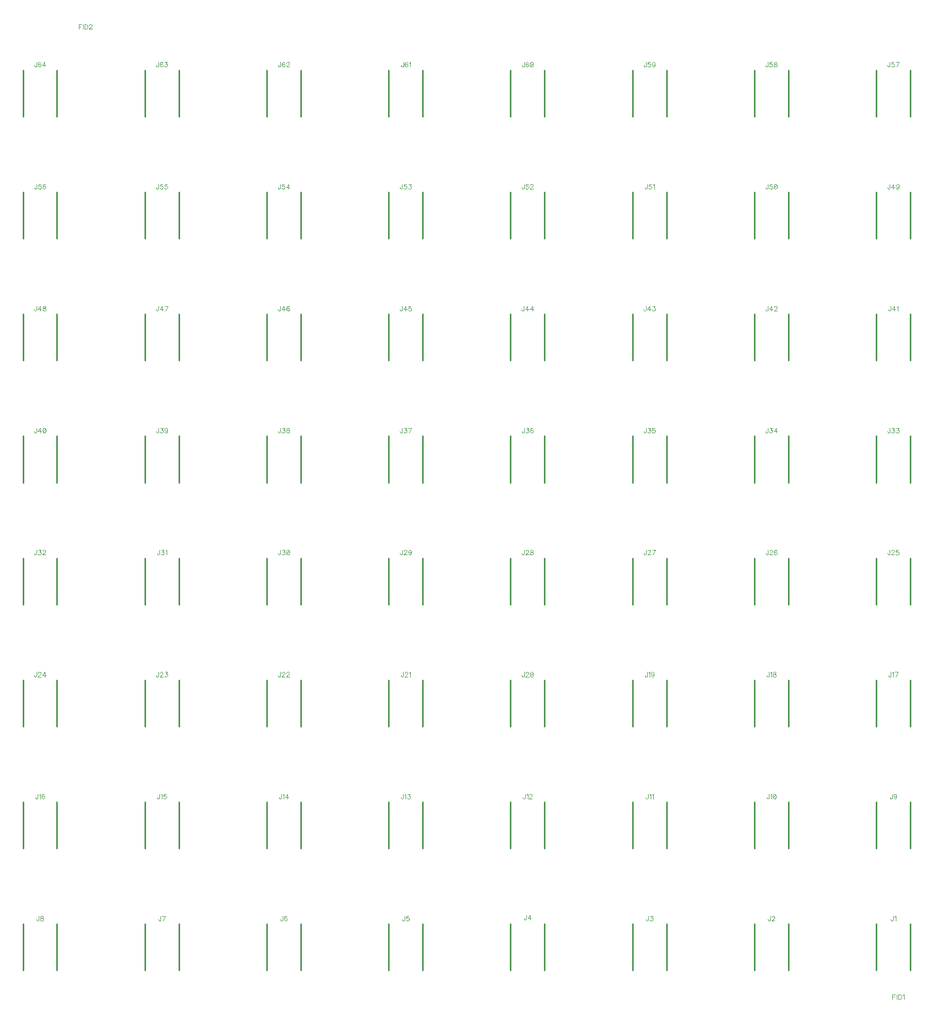
<source format=gbr>
G04 DipTrace 3.2.0.1*
G04 TopSilk.gbr*
%MOIN*%
G04 #@! TF.FileFunction,Legend,Top*
G04 #@! TF.Part,Single*
%ADD10C,0.009843*%
%ADD111C,0.004632*%
%FSLAX26Y26*%
G04*
G70*
G90*
G75*
G01*
G04 TopSilk*
%LPD*%
X6609708Y1138106D2*
D10*
Y838083D1*
X6390104Y1138106D2*
Y838083D1*
X5822306Y1138106D2*
Y838083D1*
X5602702Y1138106D2*
Y838083D1*
X5034904Y1138106D2*
Y838083D1*
X4815300Y1138106D2*
Y838083D1*
X4247503Y1138106D2*
Y838083D1*
X4027899Y1138106D2*
Y838083D1*
X3460101Y1138106D2*
Y838083D1*
X3240497Y1138106D2*
Y838083D1*
X2672700Y1138106D2*
Y838083D1*
X2453096Y1138106D2*
Y838083D1*
X1885298Y1138106D2*
Y838083D1*
X1665694Y1138106D2*
Y838083D1*
X1097896Y1138106D2*
Y838083D1*
X878292Y1138106D2*
Y838083D1*
X6609708Y1925507D2*
Y1625485D1*
X6390104Y1925507D2*
Y1625485D1*
X5822306Y1925507D2*
Y1625485D1*
X5602702Y1925507D2*
Y1625485D1*
X5034904Y1925507D2*
Y1625485D1*
X4815300Y1925507D2*
Y1625485D1*
X4247503Y1925507D2*
Y1625485D1*
X4027899Y1925507D2*
Y1625485D1*
X3460101Y1925507D2*
Y1625485D1*
X3240497Y1925507D2*
Y1625485D1*
X2672700Y1925507D2*
Y1625485D1*
X2453096Y1925507D2*
Y1625485D1*
X1885298Y1925507D2*
Y1625485D1*
X1665694Y1925507D2*
Y1625485D1*
X1097896Y1925507D2*
Y1625485D1*
X878292Y1925507D2*
Y1625485D1*
X6609708Y2712909D2*
Y2412886D1*
X6390104Y2712909D2*
Y2412886D1*
X5822306Y2712909D2*
Y2412886D1*
X5602702Y2712909D2*
Y2412886D1*
X5034904Y2712909D2*
Y2412886D1*
X4815300Y2712909D2*
Y2412886D1*
X4247503Y2712909D2*
Y2412886D1*
X4027899Y2712909D2*
Y2412886D1*
X3460101Y2712909D2*
Y2412886D1*
X3240497Y2712909D2*
Y2412886D1*
X2672700Y2712909D2*
Y2412886D1*
X2453096Y2712909D2*
Y2412886D1*
X1885298Y2712909D2*
Y2412886D1*
X1665694Y2712909D2*
Y2412886D1*
X1097896Y2712909D2*
Y2412886D1*
X878292Y2712909D2*
Y2412886D1*
X6609708Y3500310D2*
Y3200288D1*
X6390104Y3500310D2*
Y3200288D1*
X5822306Y3500310D2*
Y3200288D1*
X5602702Y3500310D2*
Y3200288D1*
X5034904Y3500310D2*
Y3200288D1*
X4815300Y3500310D2*
Y3200288D1*
X4247503Y3500310D2*
Y3200288D1*
X4027899Y3500310D2*
Y3200288D1*
X3460101Y3500310D2*
Y3200288D1*
X3240497Y3500310D2*
Y3200288D1*
X2672700Y3500310D2*
Y3200288D1*
X2453096Y3500310D2*
Y3200288D1*
X1885298Y3500310D2*
Y3200288D1*
X1665694Y3500310D2*
Y3200288D1*
X1097896Y3500310D2*
Y3200288D1*
X878292Y3500310D2*
Y3200288D1*
X6609708Y4287712D2*
Y3987690D1*
X6390104Y4287712D2*
Y3987690D1*
X5822306Y4287712D2*
Y3987690D1*
X5602702Y4287712D2*
Y3987690D1*
X5034904Y4287712D2*
Y3987690D1*
X4815300Y4287712D2*
Y3987690D1*
X4247503Y4287712D2*
Y3987690D1*
X4027899Y4287712D2*
Y3987690D1*
X3460101Y4287712D2*
Y3987690D1*
X3240497Y4287712D2*
Y3987690D1*
X2672700Y4287712D2*
Y3987690D1*
X2453096Y4287712D2*
Y3987690D1*
X1885298Y4287712D2*
Y3987690D1*
X1665694Y4287712D2*
Y3987690D1*
X1097896Y4287712D2*
Y3987690D1*
X878292Y4287712D2*
Y3987690D1*
X6609708Y5075114D2*
Y4775091D1*
X6390104Y5075114D2*
Y4775091D1*
X5822306Y5075114D2*
Y4775091D1*
X5602702Y5075114D2*
Y4775091D1*
X5034904Y5075114D2*
Y4775091D1*
X4815300Y5075114D2*
Y4775091D1*
X4247503Y5075114D2*
Y4775091D1*
X4027899Y5075114D2*
Y4775091D1*
X3460101Y5075114D2*
Y4775091D1*
X3240497Y5075114D2*
Y4775091D1*
X2672700Y5075114D2*
Y4775091D1*
X2453096Y5075114D2*
Y4775091D1*
X1885298Y5075114D2*
Y4775091D1*
X1665694Y5075114D2*
Y4775091D1*
X1097896Y5075114D2*
Y4775091D1*
X878292Y5075114D2*
Y4775091D1*
X6609708Y5862515D2*
Y5562493D1*
X6390104Y5862515D2*
Y5562493D1*
X5822306Y5862515D2*
Y5562493D1*
X5602702Y5862515D2*
Y5562493D1*
X5034904Y5862515D2*
Y5562493D1*
X4815300Y5862515D2*
Y5562493D1*
X4247503Y5862515D2*
Y5562493D1*
X4027899Y5862515D2*
Y5562493D1*
X3460101Y5862515D2*
Y5562493D1*
X3240497Y5862515D2*
Y5562493D1*
X2672700Y5862515D2*
Y5562493D1*
X2453096Y5862515D2*
Y5562493D1*
X1885298Y5862515D2*
Y5562493D1*
X1665694Y5862515D2*
Y5562493D1*
X1097896Y5862515D2*
Y5562493D1*
X878292Y5862515D2*
Y5562493D1*
X6609708Y6649917D2*
Y6349894D1*
X6390104Y6649917D2*
Y6349894D1*
X5822306Y6649917D2*
Y6349894D1*
X5602702Y6649917D2*
Y6349894D1*
X5034904Y6649917D2*
Y6349894D1*
X4815300Y6649917D2*
Y6349894D1*
X4247503Y6649917D2*
Y6349894D1*
X4027899Y6649917D2*
Y6349894D1*
X3460101Y6649917D2*
Y6349894D1*
X3240497Y6649917D2*
Y6349894D1*
X2672700Y6649917D2*
Y6349894D1*
X2453096Y6649917D2*
Y6349894D1*
X1885298Y6649917D2*
Y6349894D1*
X1665694Y6649917D2*
Y6349894D1*
X1097896Y6649917D2*
Y6349894D1*
X878292Y6649917D2*
Y6349894D1*
X6513294Y682619D2*
D111*
X6494624D1*
Y652475D1*
Y668260D2*
X6506098D1*
X6522557Y682619D2*
Y652475D1*
X6531821Y682619D2*
Y652475D1*
X6541869D1*
X6546180Y653934D1*
X6549065Y656786D1*
X6550491Y659671D1*
X6551917Y663949D1*
Y671145D1*
X6550491Y675456D1*
X6549065Y678308D1*
X6546180Y681193D1*
X6541869Y682619D1*
X6531821D1*
X6561180Y676849D2*
X6564065Y678308D1*
X6568376Y682586D1*
Y652475D1*
X1256844Y6945119D2*
X1238174D1*
Y6914975D1*
Y6930760D2*
X1249648D1*
X1266107Y6945119D2*
Y6914975D1*
X1275371Y6945119D2*
Y6914975D1*
X1285419D1*
X1289730Y6916434D1*
X1292615Y6919286D1*
X1294041Y6922171D1*
X1295467Y6926449D1*
Y6933645D1*
X1294041Y6937956D1*
X1292615Y6940808D1*
X1289730Y6943693D1*
X1285419Y6945119D1*
X1275371D1*
X1306189Y6937923D2*
Y6939349D1*
X1307615Y6942234D1*
X1309041Y6943660D1*
X1311926Y6945086D1*
X1317663D1*
X1320515Y6943660D1*
X1321941Y6942234D1*
X1323400Y6939349D1*
Y6936497D1*
X1321941Y6933612D1*
X1319089Y6929334D1*
X1304730Y6914975D1*
X1324826D1*
X6498855Y1189603D2*
Y1166655D1*
X6497429Y1162344D1*
X6495970Y1160918D1*
X6493118Y1159459D1*
X6490233D1*
X6487381Y1160918D1*
X6485955Y1162344D1*
X6484496Y1166655D1*
Y1169507D1*
X6508119Y1183833D2*
X6511004Y1185292D1*
X6515315Y1189570D1*
Y1159459D1*
X5705004Y1189603D2*
Y1166655D1*
X5703578Y1162344D1*
X5702119Y1160918D1*
X5699267Y1159459D1*
X5696382D1*
X5693530Y1160918D1*
X5692104Y1162344D1*
X5690645Y1166655D1*
Y1169507D1*
X5715726Y1182407D2*
Y1183833D1*
X5717152Y1186718D1*
X5718578Y1188144D1*
X5721463Y1189570D1*
X5727200D1*
X5730052Y1188144D1*
X5731478Y1186718D1*
X5732937Y1183833D1*
Y1180981D1*
X5731478Y1178096D1*
X5728626Y1173818D1*
X5714267Y1159459D1*
X5734363D1*
X4917602Y1189603D2*
Y1166655D1*
X4916176Y1162344D1*
X4914717Y1160918D1*
X4911865Y1159459D1*
X4908980D1*
X4906128Y1160918D1*
X4904702Y1162344D1*
X4903243Y1166655D1*
Y1169507D1*
X4929751Y1189570D2*
X4945503D1*
X4936914Y1178096D1*
X4941225D1*
X4944077Y1176670D1*
X4945503Y1175244D1*
X4946962Y1170933D1*
Y1168081D1*
X4945503Y1163770D1*
X4942651Y1160885D1*
X4938340Y1159459D1*
X4934029D1*
X4929751Y1160885D1*
X4928325Y1162344D1*
X4926866Y1165196D1*
X4129488Y1195852D2*
Y1172905D1*
X4128062Y1168594D1*
X4126602Y1167168D1*
X4123751Y1165708D1*
X4120866D1*
X4118014Y1167168D1*
X4116588Y1168594D1*
X4115129Y1172905D1*
Y1175756D1*
X4153110Y1165708D2*
Y1195819D1*
X4138751Y1175756D1*
X4160273D1*
X3342799Y1189603D2*
Y1166655D1*
X3341373Y1162344D1*
X3339914Y1160918D1*
X3337062Y1159459D1*
X3334177D1*
X3331325Y1160918D1*
X3329899Y1162344D1*
X3328440Y1166655D1*
Y1169507D1*
X3369273Y1189570D2*
X3354948D1*
X3353522Y1176670D1*
X3354948Y1178096D1*
X3359259Y1179555D1*
X3363536D1*
X3367847Y1178096D1*
X3370733Y1175244D1*
X3372159Y1170933D1*
Y1168081D1*
X3370733Y1163770D1*
X3367847Y1160885D1*
X3363536Y1159459D1*
X3359259D1*
X3354948Y1160885D1*
X3353522Y1162344D1*
X3352062Y1165196D1*
X2556127Y1189603D2*
Y1166655D1*
X2554701Y1162344D1*
X2553242Y1160918D1*
X2550390Y1159459D1*
X2547505D1*
X2544653Y1160918D1*
X2543227Y1162344D1*
X2541768Y1166655D1*
Y1169507D1*
X2582601Y1185292D2*
X2581175Y1188144D1*
X2576864Y1189570D1*
X2574013D1*
X2569702Y1188144D1*
X2566816Y1183833D1*
X2565390Y1176670D1*
Y1169507D1*
X2566816Y1163770D1*
X2569702Y1160885D1*
X2574013Y1159459D1*
X2575438D1*
X2579716Y1160885D1*
X2582601Y1163770D1*
X2584027Y1168081D1*
Y1169507D1*
X2582601Y1173818D1*
X2579716Y1176670D1*
X2575438Y1178096D1*
X2574013D1*
X2569702Y1176670D1*
X2566816Y1173818D1*
X2565390Y1169507D1*
X1767996Y1189603D2*
Y1166655D1*
X1766570Y1162344D1*
X1765111Y1160918D1*
X1762259Y1159459D1*
X1759374D1*
X1756522Y1160918D1*
X1755096Y1162344D1*
X1753637Y1166655D1*
Y1169507D1*
X1782996Y1159459D2*
X1797355Y1189570D1*
X1777259D1*
X980611Y1189603D2*
Y1166655D1*
X979185Y1162344D1*
X977726Y1160918D1*
X974874Y1159459D1*
X971989D1*
X969137Y1160918D1*
X967711Y1162344D1*
X966252Y1166655D1*
Y1169507D1*
X997037Y1189570D2*
X992759Y1188144D1*
X991300Y1185292D1*
Y1182407D1*
X992759Y1179555D1*
X995611Y1178096D1*
X1001348Y1176670D1*
X1005659Y1175244D1*
X1008511Y1172359D1*
X1009937Y1169507D1*
Y1165196D1*
X1008511Y1162344D1*
X1007085Y1160885D1*
X1002774Y1159459D1*
X997037D1*
X992759Y1160885D1*
X991300Y1162344D1*
X989874Y1165196D1*
Y1169507D1*
X991300Y1172359D1*
X994185Y1175244D1*
X998463Y1176670D1*
X1004200Y1178096D1*
X1007085Y1179555D1*
X1008511Y1182407D1*
Y1185292D1*
X1007085Y1188144D1*
X1002774Y1189570D1*
X997037D1*
X6493118Y1977005D2*
Y1954057D1*
X6491692Y1949746D1*
X6490233Y1948320D1*
X6487381Y1946861D1*
X6484496D1*
X6481644Y1948320D1*
X6480218Y1949746D1*
X6478759Y1954057D1*
Y1956909D1*
X6521052Y1966957D2*
X6519593Y1962646D1*
X6516741Y1959761D1*
X6512430Y1958335D1*
X6511004D1*
X6506693Y1959761D1*
X6503841Y1962646D1*
X6502382Y1966957D1*
Y1968383D1*
X6503841Y1972694D1*
X6506693Y1975546D1*
X6511004Y1976972D1*
X6512430D1*
X6516741Y1975546D1*
X6519593Y1972694D1*
X6521052Y1966957D1*
Y1959761D1*
X6519593Y1952598D1*
X6516741Y1948287D1*
X6512430Y1946861D1*
X6509578D1*
X6505267Y1948287D1*
X6503841Y1951172D1*
X5696774Y1977005D2*
Y1954057D1*
X5695348Y1949746D1*
X5693889Y1948320D1*
X5691037Y1946861D1*
X5688152D1*
X5685300Y1948320D1*
X5683874Y1949746D1*
X5682415Y1954057D1*
Y1956909D1*
X5706037Y1971235D2*
X5708922Y1972694D1*
X5713233Y1976972D1*
Y1946861D1*
X5731119Y1976972D2*
X5726808Y1975546D1*
X5723923Y1971235D1*
X5722497Y1964072D1*
Y1959761D1*
X5723923Y1952598D1*
X5726808Y1948287D1*
X5731119Y1946861D1*
X5733971D1*
X5738282Y1948287D1*
X5741134Y1952598D1*
X5742593Y1959761D1*
Y1964072D1*
X5741134Y1971235D1*
X5738282Y1975546D1*
X5733971Y1976972D1*
X5731119D1*
X5741134Y1971235D2*
X5723923Y1952598D1*
X4915822Y1977005D2*
Y1954057D1*
X4914396Y1949746D1*
X4912937Y1948320D1*
X4910085Y1946861D1*
X4907200D1*
X4904348Y1948320D1*
X4902922Y1949746D1*
X4901463Y1954057D1*
Y1956909D1*
X4925086Y1971235D2*
X4927971Y1972694D1*
X4932282Y1976972D1*
Y1946861D1*
X4941545Y1971235D2*
X4944430Y1972694D1*
X4948742Y1976972D1*
Y1946861D1*
X4121971Y1977005D2*
Y1954057D1*
X4120545Y1949746D1*
X4119086Y1948320D1*
X4116234Y1946861D1*
X4113349D1*
X4110497Y1948320D1*
X4109071Y1949746D1*
X4107612Y1954057D1*
Y1956909D1*
X4131234Y1971235D2*
X4134119Y1972694D1*
X4138430Y1976972D1*
Y1946861D1*
X4149153Y1969809D2*
Y1971235D1*
X4150579Y1974120D1*
X4152005Y1975546D1*
X4154890Y1976972D1*
X4160627D1*
X4163479Y1975546D1*
X4164905Y1974120D1*
X4166364Y1971235D1*
Y1968383D1*
X4164905Y1965498D1*
X4162053Y1961220D1*
X4147694Y1946861D1*
X4167790D1*
X3334569Y1977005D2*
Y1954057D1*
X3333143Y1949746D1*
X3331684Y1948320D1*
X3328832Y1946861D1*
X3325947D1*
X3323095Y1948320D1*
X3321669Y1949746D1*
X3320210Y1954057D1*
Y1956909D1*
X3343833Y1971235D2*
X3346718Y1972694D1*
X3351029Y1976972D1*
Y1946861D1*
X3363177Y1976972D2*
X3378929D1*
X3370340Y1965498D1*
X3374651D1*
X3377503Y1964072D1*
X3378929Y1962646D1*
X3380388Y1958335D1*
Y1955483D1*
X3378929Y1951172D1*
X3376077Y1948287D1*
X3371766Y1946861D1*
X3367455D1*
X3363177Y1948287D1*
X3361751Y1949746D1*
X3360292Y1952598D1*
X2546455Y1977005D2*
Y1954057D1*
X2545029Y1949746D1*
X2543570Y1948320D1*
X2540718Y1946861D1*
X2537833D1*
X2534981Y1948320D1*
X2533555Y1949746D1*
X2532096Y1954057D1*
Y1956909D1*
X2555718Y1971235D2*
X2558603Y1972694D1*
X2562914Y1976972D1*
Y1946861D1*
X2586537D2*
Y1976972D1*
X2572178Y1956909D1*
X2593700D1*
X1759766Y1977005D2*
Y1954057D1*
X1758340Y1949746D1*
X1756881Y1948320D1*
X1754029Y1946861D1*
X1751144D1*
X1748292Y1948320D1*
X1746866Y1949746D1*
X1745407Y1954057D1*
Y1956909D1*
X1769030Y1971235D2*
X1771915Y1972694D1*
X1776226Y1976972D1*
Y1946861D1*
X1802700Y1976972D2*
X1788374D1*
X1786948Y1964072D1*
X1788374Y1965498D1*
X1792685Y1966957D1*
X1796963D1*
X1801274Y1965498D1*
X1804159Y1962646D1*
X1805585Y1958335D1*
Y1955483D1*
X1804159Y1951172D1*
X1801274Y1948287D1*
X1796963Y1946861D1*
X1792685D1*
X1788374Y1948287D1*
X1786948Y1949746D1*
X1785489Y1952598D1*
X973094Y1977005D2*
Y1954057D1*
X971668Y1949746D1*
X970209Y1948320D1*
X967357Y1946861D1*
X964472D1*
X961620Y1948320D1*
X960194Y1949746D1*
X958735Y1954057D1*
Y1956909D1*
X982358Y1971235D2*
X985243Y1972694D1*
X989554Y1976972D1*
Y1946861D1*
X1016028Y1972694D2*
X1014602Y1975546D1*
X1010291Y1976972D1*
X1007439D1*
X1003128Y1975546D1*
X1000243Y1971235D1*
X998817Y1964072D1*
Y1956909D1*
X1000243Y1951172D1*
X1003128Y1948287D1*
X1007439Y1946861D1*
X1008865D1*
X1013143Y1948287D1*
X1016028Y1951172D1*
X1017454Y1955483D1*
Y1956909D1*
X1016028Y1961220D1*
X1013143Y1964072D1*
X1008865Y1965498D1*
X1007439D1*
X1003128Y1964072D1*
X1000243Y1961220D1*
X998817Y1956909D1*
X6484175Y2764406D2*
Y2741458D1*
X6482749Y2737147D1*
X6481290Y2735721D1*
X6478438Y2734262D1*
X6475553D1*
X6472701Y2735721D1*
X6471276Y2737147D1*
X6469816Y2741458D1*
Y2744310D1*
X6493439Y2758636D2*
X6496324Y2760095D1*
X6500635Y2764373D1*
Y2734262D1*
X6515636D2*
X6529995Y2764373D1*
X6509899D1*
X5696790Y2764406D2*
Y2741458D1*
X5695364Y2737147D1*
X5693905Y2735721D1*
X5691053Y2734262D1*
X5688168D1*
X5685316Y2735721D1*
X5683891Y2737147D1*
X5682431Y2741458D1*
Y2744310D1*
X5706054Y2758636D2*
X5708939Y2760095D1*
X5713250Y2764373D1*
Y2734262D1*
X5729677Y2764373D2*
X5725399Y2762947D1*
X5723940Y2760095D1*
Y2757210D1*
X5725399Y2754358D1*
X5728251Y2752899D1*
X5733988Y2751473D1*
X5738299Y2750047D1*
X5741151Y2747162D1*
X5742576Y2744310D1*
Y2739999D1*
X5741151Y2737147D1*
X5739725Y2735688D1*
X5735414Y2734262D1*
X5729677D1*
X5725399Y2735688D1*
X5723940Y2737147D1*
X5722514Y2739999D1*
Y2744310D1*
X5723940Y2747162D1*
X5726825Y2750047D1*
X5731103Y2751473D1*
X5736839Y2752899D1*
X5739725Y2754358D1*
X5741151Y2757210D1*
Y2760095D1*
X5739725Y2762947D1*
X5735414Y2764373D1*
X5729677D1*
X4910085Y2764406D2*
Y2741458D1*
X4908659Y2737147D1*
X4907200Y2735721D1*
X4904348Y2734262D1*
X4901463D1*
X4898611Y2735721D1*
X4897185Y2737147D1*
X4895726Y2741458D1*
Y2744310D1*
X4919349Y2758636D2*
X4922234Y2760095D1*
X4926545Y2764373D1*
Y2734262D1*
X4954478Y2754358D2*
X4953019Y2750047D1*
X4950167Y2747162D1*
X4945856Y2745736D1*
X4944430D1*
X4940119Y2747162D1*
X4937268Y2750047D1*
X4935808Y2754358D1*
Y2755784D1*
X4937268Y2760095D1*
X4940119Y2762947D1*
X4944430Y2764373D1*
X4945856D1*
X4950167Y2762947D1*
X4953019Y2760095D1*
X4954478Y2754358D1*
Y2747162D1*
X4953019Y2739999D1*
X4950167Y2735688D1*
X4945856Y2734262D1*
X4943005D1*
X4938694Y2735688D1*
X4937268Y2738573D1*
X4115521Y2764406D2*
Y2741458D1*
X4114095Y2737147D1*
X4112636Y2735721D1*
X4109784Y2734262D1*
X4106899D1*
X4104047Y2735721D1*
X4102621Y2737147D1*
X4101162Y2741458D1*
Y2744310D1*
X4126243Y2757210D2*
Y2758636D1*
X4127669Y2761521D1*
X4129095Y2762947D1*
X4131980Y2764373D1*
X4137717D1*
X4140569Y2762947D1*
X4141995Y2761521D1*
X4143454Y2758636D1*
Y2755784D1*
X4141995Y2752899D1*
X4139143Y2748621D1*
X4124784Y2734262D1*
X4144880D1*
X4162766Y2764373D2*
X4158455Y2762947D1*
X4155570Y2758636D1*
X4154144Y2751473D1*
Y2747162D1*
X4155570Y2739999D1*
X4158455Y2735688D1*
X4162766Y2734262D1*
X4165618D1*
X4169929Y2735688D1*
X4172781Y2739999D1*
X4174240Y2747162D1*
Y2751473D1*
X4172781Y2758636D1*
X4169929Y2762947D1*
X4165618Y2764373D1*
X4162766D1*
X4172781Y2758636D2*
X4155570Y2739999D1*
X3334569Y2764406D2*
Y2741458D1*
X3333143Y2737147D1*
X3331684Y2735721D1*
X3328832Y2734262D1*
X3325947D1*
X3323095Y2735721D1*
X3321669Y2737147D1*
X3320210Y2741458D1*
Y2744310D1*
X3345292Y2757210D2*
Y2758636D1*
X3346718Y2761521D1*
X3348144Y2762947D1*
X3351029Y2764373D1*
X3356766D1*
X3359618Y2762947D1*
X3361044Y2761521D1*
X3362503Y2758636D1*
Y2755784D1*
X3361044Y2752899D1*
X3358192Y2748621D1*
X3343833Y2734262D1*
X3363929D1*
X3373192Y2758636D2*
X3376077Y2760095D1*
X3380388Y2764373D1*
Y2734262D1*
X2540718Y2764406D2*
Y2741458D1*
X2539292Y2737147D1*
X2537833Y2735721D1*
X2534981Y2734262D1*
X2532096D1*
X2529244Y2735721D1*
X2527818Y2737147D1*
X2526359Y2741458D1*
Y2744310D1*
X2551440Y2757210D2*
Y2758636D1*
X2552866Y2761521D1*
X2554292Y2762947D1*
X2557177Y2764373D1*
X2562914D1*
X2565766Y2762947D1*
X2567192Y2761521D1*
X2568651Y2758636D1*
Y2755784D1*
X2567192Y2752899D1*
X2564340Y2748621D1*
X2549981Y2734262D1*
X2570077D1*
X2580800Y2757210D2*
Y2758636D1*
X2582226Y2761521D1*
X2583652Y2762947D1*
X2586537Y2764373D1*
X2592274D1*
X2595126Y2762947D1*
X2596552Y2761521D1*
X2598011Y2758636D1*
Y2755784D1*
X2596552Y2752899D1*
X2593700Y2748621D1*
X2579341Y2734262D1*
X2599437D1*
X1753316Y2764406D2*
Y2741458D1*
X1751890Y2737147D1*
X1750431Y2735721D1*
X1747579Y2734262D1*
X1744694D1*
X1741842Y2735721D1*
X1740416Y2737147D1*
X1738957Y2741458D1*
Y2744310D1*
X1764039Y2757210D2*
Y2758636D1*
X1765465Y2761521D1*
X1766891Y2762947D1*
X1769776Y2764373D1*
X1775513D1*
X1778365Y2762947D1*
X1779791Y2761521D1*
X1781250Y2758636D1*
Y2755784D1*
X1779791Y2752899D1*
X1776939Y2748621D1*
X1762580Y2734262D1*
X1782676D1*
X1794824Y2764373D2*
X1810576D1*
X1801987Y2752899D1*
X1806298D1*
X1809150Y2751473D1*
X1810576Y2750047D1*
X1812035Y2745736D1*
Y2742884D1*
X1810576Y2738573D1*
X1807724Y2735688D1*
X1803413Y2734262D1*
X1799102D1*
X1794824Y2735688D1*
X1793398Y2737147D1*
X1791939Y2739999D1*
X965201Y2764406D2*
Y2741458D1*
X963776Y2737147D1*
X962316Y2735721D1*
X959464Y2734262D1*
X956579D1*
X953728Y2735721D1*
X952302Y2737147D1*
X950842Y2741458D1*
Y2744310D1*
X975924Y2757210D2*
Y2758636D1*
X977350Y2761521D1*
X978776Y2762947D1*
X981661Y2764373D1*
X987398D1*
X990250Y2762947D1*
X991676Y2761521D1*
X993135Y2758636D1*
Y2755784D1*
X991676Y2752899D1*
X988824Y2748621D1*
X974465Y2734262D1*
X994561D1*
X1018184D2*
Y2764373D1*
X1003825Y2744310D1*
X1025347D1*
X6477725Y3551808D2*
Y3528860D1*
X6476300Y3524549D1*
X6474840Y3523123D1*
X6471988Y3521664D1*
X6469103D1*
X6466252Y3523123D1*
X6464826Y3524549D1*
X6463366Y3528860D1*
Y3531712D1*
X6488448Y3544612D2*
Y3546038D1*
X6489874Y3548923D1*
X6491300Y3550349D1*
X6494185Y3551775D1*
X6499922D1*
X6502774Y3550349D1*
X6504200Y3548923D1*
X6505659Y3546038D1*
Y3543186D1*
X6504200Y3540301D1*
X6501348Y3536023D1*
X6486989Y3521664D1*
X6507085D1*
X6533560Y3551775D2*
X6519234D1*
X6517808Y3538875D1*
X6519234Y3540301D1*
X6523545Y3541760D1*
X6527823D1*
X6532134Y3540301D1*
X6535019Y3537449D1*
X6536445Y3533138D1*
Y3530286D1*
X6535019Y3525975D1*
X6532134Y3523090D1*
X6527823Y3521664D1*
X6523545D1*
X6519234Y3523090D1*
X6517808Y3524549D1*
X6516349Y3527401D1*
X5691053Y3551808D2*
Y3528860D1*
X5689628Y3524549D1*
X5688168Y3523123D1*
X5685316Y3521664D1*
X5682431D1*
X5679580Y3523123D1*
X5678154Y3524549D1*
X5676694Y3528860D1*
Y3531712D1*
X5701776Y3544612D2*
Y3546038D1*
X5703202Y3548923D1*
X5704628Y3550349D1*
X5707513Y3551775D1*
X5713250D1*
X5716102Y3550349D1*
X5717528Y3548923D1*
X5718987Y3546038D1*
Y3543186D1*
X5717528Y3540301D1*
X5714676Y3536023D1*
X5700317Y3521664D1*
X5720413D1*
X5746887Y3547497D2*
X5745462Y3550349D1*
X5741151Y3551775D1*
X5738299D1*
X5733988Y3550349D1*
X5731103Y3546038D1*
X5729677Y3538875D1*
Y3531712D1*
X5731103Y3525975D1*
X5733988Y3523090D1*
X5738299Y3521664D1*
X5739725D1*
X5744002Y3523090D1*
X5746887Y3525975D1*
X5748313Y3530286D1*
Y3531712D1*
X5746887Y3536023D1*
X5744002Y3538875D1*
X5739725Y3540301D1*
X5738299D1*
X5733988Y3538875D1*
X5731103Y3536023D1*
X5729677Y3531712D1*
X4902922Y3551808D2*
Y3528860D1*
X4901496Y3524549D1*
X4900037Y3523123D1*
X4897185Y3521664D1*
X4894300D1*
X4891448Y3523123D1*
X4890022Y3524549D1*
X4888563Y3528860D1*
Y3531712D1*
X4913645Y3544612D2*
Y3546038D1*
X4915071Y3548923D1*
X4916497Y3550349D1*
X4919382Y3551775D1*
X4925119D1*
X4927971Y3550349D1*
X4929397Y3548923D1*
X4930856Y3546038D1*
Y3543186D1*
X4929397Y3540301D1*
X4926545Y3536023D1*
X4912186Y3521664D1*
X4932282D1*
X4947282D2*
X4961641Y3551775D1*
X4941545D1*
X4115537Y3551808D2*
Y3528860D1*
X4114111Y3524549D1*
X4112652Y3523123D1*
X4109800Y3521664D1*
X4106915D1*
X4104063Y3523123D1*
X4102637Y3524549D1*
X4101178Y3528860D1*
Y3531712D1*
X4126260Y3544612D2*
Y3546038D1*
X4127686Y3548923D1*
X4129112Y3550349D1*
X4131997Y3551775D1*
X4137734D1*
X4140586Y3550349D1*
X4142012Y3548923D1*
X4143471Y3546038D1*
Y3543186D1*
X4142012Y3540301D1*
X4139160Y3536023D1*
X4124801Y3521664D1*
X4144897D1*
X4161323Y3551775D2*
X4157045Y3550349D1*
X4155586Y3547497D1*
Y3544612D1*
X4157045Y3541760D1*
X4159897Y3540301D1*
X4165634Y3538875D1*
X4169945Y3537449D1*
X4172797Y3534564D1*
X4174223Y3531712D1*
Y3527401D1*
X4172797Y3524549D1*
X4171371Y3523090D1*
X4167060Y3521664D1*
X4161323D1*
X4157045Y3523090D1*
X4155586Y3524549D1*
X4154160Y3527401D1*
Y3531712D1*
X4155586Y3534564D1*
X4158471Y3537449D1*
X4162749Y3538875D1*
X4168486Y3540301D1*
X4171371Y3541760D1*
X4172797Y3544612D1*
Y3547497D1*
X4171371Y3550349D1*
X4167060Y3551775D1*
X4161323D1*
X3328832Y3551808D2*
Y3528860D1*
X3327406Y3524549D1*
X3325947Y3523123D1*
X3323095Y3521664D1*
X3320210D1*
X3317358Y3523123D1*
X3315932Y3524549D1*
X3314473Y3528860D1*
Y3531712D1*
X3339555Y3544612D2*
Y3546038D1*
X3340981Y3548923D1*
X3342407Y3550349D1*
X3345292Y3551775D1*
X3351029D1*
X3353881Y3550349D1*
X3355307Y3548923D1*
X3356766Y3546038D1*
Y3543186D1*
X3355307Y3540301D1*
X3352455Y3536023D1*
X3338096Y3521664D1*
X3358192D1*
X3386125Y3541760D2*
X3384666Y3537449D1*
X3381814Y3534564D1*
X3377503Y3533138D1*
X3376077D1*
X3371766Y3534564D1*
X3368914Y3537449D1*
X3367455Y3541760D1*
Y3543186D1*
X3368914Y3547497D1*
X3371766Y3550349D1*
X3376077Y3551775D1*
X3377503D1*
X3381814Y3550349D1*
X3384666Y3547497D1*
X3386125Y3541760D1*
Y3534564D1*
X3384666Y3527401D1*
X3381814Y3523090D1*
X3377503Y3521664D1*
X3374651D1*
X3370340Y3523090D1*
X3368914Y3525975D1*
X2540718Y3551808D2*
Y3528860D1*
X2539292Y3524549D1*
X2537833Y3523123D1*
X2534981Y3521664D1*
X2532096D1*
X2529244Y3523123D1*
X2527818Y3524549D1*
X2526359Y3528860D1*
Y3531712D1*
X2552866Y3551775D2*
X2568618D1*
X2560029Y3540301D1*
X2564340D1*
X2567192Y3538875D1*
X2568618Y3537449D1*
X2570077Y3533138D1*
Y3530286D1*
X2568618Y3525975D1*
X2565766Y3523090D1*
X2561455Y3521664D1*
X2557144D1*
X2552866Y3523090D1*
X2551440Y3524549D1*
X2549981Y3527401D1*
X2587963Y3551775D2*
X2583652Y3550349D1*
X2580767Y3546038D1*
X2579341Y3538875D1*
Y3534564D1*
X2580767Y3527401D1*
X2583652Y3523090D1*
X2587963Y3521664D1*
X2590815D1*
X2595126Y3523090D1*
X2597978Y3527401D1*
X2599437Y3534564D1*
Y3538875D1*
X2597978Y3546038D1*
X2595126Y3550349D1*
X2590815Y3551775D1*
X2587963D1*
X2597978Y3546038D2*
X2580767Y3527401D1*
X1759766Y3551808D2*
Y3528860D1*
X1758340Y3524549D1*
X1756881Y3523123D1*
X1754029Y3521664D1*
X1751144D1*
X1748292Y3523123D1*
X1746866Y3524549D1*
X1745407Y3528860D1*
Y3531712D1*
X1771915Y3551775D2*
X1787666D1*
X1779078Y3540301D1*
X1783389D1*
X1786240Y3538875D1*
X1787666Y3537449D1*
X1789126Y3533138D1*
Y3530286D1*
X1787666Y3525975D1*
X1784815Y3523090D1*
X1780503Y3521664D1*
X1776192D1*
X1771915Y3523090D1*
X1770489Y3524549D1*
X1769030Y3527401D1*
X1798389Y3546038D2*
X1801274Y3547497D1*
X1805585Y3551775D1*
Y3521664D1*
X965914Y3551808D2*
Y3528860D1*
X964488Y3524549D1*
X963029Y3523123D1*
X960177Y3521664D1*
X957292D1*
X954440Y3523123D1*
X953015Y3524549D1*
X951555Y3528860D1*
Y3531712D1*
X978063Y3551775D2*
X993815D1*
X985226Y3540301D1*
X989537D1*
X992389Y3538875D1*
X993815Y3537449D1*
X995274Y3533138D1*
Y3530286D1*
X993815Y3525975D1*
X990963Y3523090D1*
X986652Y3521664D1*
X982341D1*
X978063Y3523090D1*
X976637Y3524549D1*
X975178Y3527401D1*
X1005997Y3544612D2*
Y3546038D1*
X1007423Y3548923D1*
X1008849Y3550349D1*
X1011734Y3551775D1*
X1017471D1*
X1020323Y3550349D1*
X1021748Y3548923D1*
X1023208Y3546038D1*
Y3543186D1*
X1021748Y3540301D1*
X1018897Y3536023D1*
X1004538Y3521664D1*
X1024634D1*
X6477725Y4339209D2*
Y4316262D1*
X6476300Y4311951D1*
X6474840Y4310525D1*
X6471988Y4309065D1*
X6469103D1*
X6466252Y4310525D1*
X6464826Y4311951D1*
X6463366Y4316262D1*
Y4319113D1*
X6489874Y4339176D2*
X6505626D1*
X6497037Y4327702D1*
X6501348D1*
X6504200Y4326276D1*
X6505626Y4324850D1*
X6507085Y4320539D1*
Y4317687D1*
X6505626Y4313376D1*
X6502774Y4310491D1*
X6498463Y4309065D1*
X6494152D1*
X6489874Y4310491D1*
X6488448Y4311951D1*
X6486989Y4314802D1*
X6519234Y4339176D2*
X6534985D1*
X6526397Y4327702D1*
X6530708D1*
X6533560Y4326276D1*
X6534985Y4324850D1*
X6536445Y4320539D1*
Y4317687D1*
X6534985Y4313376D1*
X6532134Y4310491D1*
X6527823Y4309065D1*
X6523512D1*
X6519234Y4310491D1*
X6517808Y4311951D1*
X6516349Y4314802D1*
X5689611Y4339209D2*
Y4316262D1*
X5688185Y4311951D1*
X5686726Y4310525D1*
X5683874Y4309065D1*
X5680989D1*
X5678137Y4310525D1*
X5676711Y4311951D1*
X5675252Y4316262D1*
Y4319113D1*
X5701760Y4339176D2*
X5717511D1*
X5708922Y4327702D1*
X5713233D1*
X5716085Y4326276D1*
X5717511Y4324850D1*
X5718970Y4320539D1*
Y4317687D1*
X5717511Y4313376D1*
X5714659Y4310491D1*
X5710348Y4309065D1*
X5706037D1*
X5701760Y4310491D1*
X5700334Y4311951D1*
X5698874Y4314802D1*
X5742593Y4309065D2*
Y4339176D1*
X5728234Y4319113D1*
X5749756D1*
X4902922Y4339209D2*
Y4316262D1*
X4901496Y4311951D1*
X4900037Y4310525D1*
X4897185Y4309065D1*
X4894300D1*
X4891448Y4310525D1*
X4890022Y4311951D1*
X4888563Y4316262D1*
Y4319113D1*
X4915071Y4339176D2*
X4930823D1*
X4922234Y4327702D1*
X4926545D1*
X4929397Y4326276D1*
X4930823Y4324850D1*
X4932282Y4320539D1*
Y4317687D1*
X4930823Y4313376D1*
X4927971Y4310491D1*
X4923660Y4309065D1*
X4919349D1*
X4915071Y4310491D1*
X4913645Y4311951D1*
X4912186Y4314802D1*
X4958756Y4339176D2*
X4944430D1*
X4943005Y4326276D1*
X4944430Y4327702D1*
X4948742Y4329161D1*
X4953019D1*
X4957330Y4327702D1*
X4960215Y4324850D1*
X4961641Y4320539D1*
Y4317687D1*
X4960215Y4313376D1*
X4957330Y4310491D1*
X4953019Y4309065D1*
X4948742D1*
X4944430Y4310491D1*
X4943005Y4311951D1*
X4941545Y4314802D1*
X4116250Y4339209D2*
Y4316262D1*
X4114824Y4311951D1*
X4113365Y4310525D1*
X4110513Y4309065D1*
X4107628D1*
X4104776Y4310525D1*
X4103350Y4311951D1*
X4101891Y4316262D1*
Y4319113D1*
X4128399Y4339176D2*
X4144151D1*
X4135562Y4327702D1*
X4139873D1*
X4142725Y4326276D1*
X4144151Y4324850D1*
X4145610Y4320539D1*
Y4317687D1*
X4144151Y4313376D1*
X4141299Y4310491D1*
X4136988Y4309065D1*
X4132677D1*
X4128399Y4310491D1*
X4126973Y4311951D1*
X4125514Y4314802D1*
X4172084Y4334898D2*
X4170658Y4337750D1*
X4166347Y4339176D1*
X4163495D1*
X4159184Y4337750D1*
X4156299Y4333439D1*
X4154873Y4326276D1*
Y4319113D1*
X4156299Y4313376D1*
X4159184Y4310491D1*
X4163495Y4309065D1*
X4164921D1*
X4169199Y4310491D1*
X4172084Y4313376D1*
X4173510Y4317687D1*
Y4319113D1*
X4172084Y4323424D1*
X4169199Y4326276D1*
X4164921Y4327702D1*
X4163495D1*
X4159184Y4326276D1*
X4156299Y4323424D1*
X4154873Y4319113D1*
X3328119Y4339209D2*
Y4316262D1*
X3326693Y4311951D1*
X3325234Y4310525D1*
X3322382Y4309065D1*
X3319497D1*
X3316645Y4310525D1*
X3315219Y4311951D1*
X3313760Y4316262D1*
Y4319113D1*
X3340268Y4339176D2*
X3356020D1*
X3347431Y4327702D1*
X3351742D1*
X3354594Y4326276D1*
X3356020Y4324850D1*
X3357479Y4320539D1*
Y4317687D1*
X3356020Y4313376D1*
X3353168Y4310491D1*
X3348857Y4309065D1*
X3344546D1*
X3340268Y4310491D1*
X3338842Y4311951D1*
X3337383Y4314802D1*
X3372479Y4309065D2*
X3386838Y4339176D1*
X3366742D1*
X2540734Y4339209D2*
Y4316262D1*
X2539308Y4311951D1*
X2537849Y4310525D1*
X2534997Y4309065D1*
X2532112D1*
X2529260Y4310525D1*
X2527834Y4311951D1*
X2526375Y4316262D1*
Y4319113D1*
X2552883Y4339176D2*
X2568635D1*
X2560046Y4327702D1*
X2564357D1*
X2567209Y4326276D1*
X2568635Y4324850D1*
X2570094Y4320539D1*
Y4317687D1*
X2568635Y4313376D1*
X2565783Y4310491D1*
X2561472Y4309065D1*
X2557161D1*
X2552883Y4310491D1*
X2551457Y4311951D1*
X2549998Y4314802D1*
X2586520Y4339176D2*
X2582242Y4337750D1*
X2580783Y4334898D1*
Y4332013D1*
X2582242Y4329161D1*
X2585094Y4327702D1*
X2590831Y4326276D1*
X2595142Y4324850D1*
X2597994Y4321965D1*
X2599420Y4319113D1*
Y4314802D1*
X2597994Y4311951D1*
X2596568Y4310491D1*
X2592257Y4309065D1*
X2586520D1*
X2582242Y4310491D1*
X2580783Y4311951D1*
X2579357Y4314802D1*
Y4319113D1*
X2580783Y4321965D1*
X2583668Y4324850D1*
X2587946Y4326276D1*
X2593683Y4327702D1*
X2596568Y4329161D1*
X2597994Y4332013D1*
Y4334898D1*
X2596568Y4337750D1*
X2592257Y4339176D1*
X2586520D1*
X1754029Y4339209D2*
Y4316262D1*
X1752603Y4311951D1*
X1751144Y4310525D1*
X1748292Y4309065D1*
X1745407D1*
X1742555Y4310525D1*
X1741129Y4311951D1*
X1739670Y4316262D1*
Y4319113D1*
X1766178Y4339176D2*
X1781929D1*
X1773341Y4327702D1*
X1777652D1*
X1780503Y4326276D1*
X1781929Y4324850D1*
X1783389Y4320539D1*
Y4317687D1*
X1781929Y4313376D1*
X1779078Y4310491D1*
X1774767Y4309065D1*
X1770455D1*
X1766178Y4310491D1*
X1764752Y4311951D1*
X1763293Y4314802D1*
X1811322Y4329161D2*
X1809863Y4324850D1*
X1807011Y4321965D1*
X1802700Y4320539D1*
X1801274D1*
X1796963Y4321965D1*
X1794111Y4324850D1*
X1792652Y4329161D1*
Y4330587D1*
X1794111Y4334898D1*
X1796963Y4337750D1*
X1801274Y4339176D1*
X1802700D1*
X1807011Y4337750D1*
X1809863Y4334898D1*
X1811322Y4329161D1*
Y4321965D1*
X1809863Y4314802D1*
X1807011Y4310491D1*
X1802700Y4309065D1*
X1799848D1*
X1795537Y4310491D1*
X1794111Y4313376D1*
X965201Y4339209D2*
Y4316262D1*
X963776Y4311951D1*
X962316Y4310525D1*
X959464Y4309065D1*
X956579D1*
X953728Y4310525D1*
X952302Y4311951D1*
X950842Y4316262D1*
Y4319113D1*
X988824Y4309065D2*
Y4339176D1*
X974465Y4319113D1*
X995987D1*
X1013873Y4339176D2*
X1009562Y4337750D1*
X1006676Y4333439D1*
X1005251Y4326276D1*
Y4321965D1*
X1006676Y4314802D1*
X1009562Y4310491D1*
X1013873Y4309065D1*
X1016724D1*
X1021036Y4310491D1*
X1023887Y4314802D1*
X1025347Y4321965D1*
Y4326276D1*
X1023887Y4333439D1*
X1021036Y4337750D1*
X1016724Y4339176D1*
X1013873D1*
X1023887Y4333439D2*
X1006676Y4314802D1*
X6483462Y5126611D2*
Y5103663D1*
X6482036Y5099352D1*
X6480577Y5097926D1*
X6477725Y5096467D1*
X6474840D1*
X6471988Y5097926D1*
X6470563Y5099352D1*
X6469103Y5103663D1*
Y5106515D1*
X6507085Y5096467D2*
Y5126578D1*
X6492726Y5106515D1*
X6514248D1*
X6523512Y5120841D2*
X6526397Y5122300D1*
X6530708Y5126578D1*
Y5096467D1*
X5689611Y5126611D2*
Y5103663D1*
X5688185Y5099352D1*
X5686726Y5097926D1*
X5683874Y5096467D1*
X5680989D1*
X5678137Y5097926D1*
X5676711Y5099352D1*
X5675252Y5103663D1*
Y5106515D1*
X5713233Y5096467D2*
Y5126578D1*
X5698874Y5106515D1*
X5720396D1*
X5731119Y5119415D2*
Y5120841D1*
X5732545Y5123726D1*
X5733971Y5125152D1*
X5736856Y5126578D1*
X5742593D1*
X5745445Y5125152D1*
X5746871Y5123726D1*
X5748330Y5120841D1*
Y5117989D1*
X5746871Y5115104D1*
X5744019Y5110826D1*
X5729660Y5096467D1*
X5749756D1*
X4902209Y5126611D2*
Y5103663D1*
X4900783Y5099352D1*
X4899324Y5097926D1*
X4896472Y5096467D1*
X4893587D1*
X4890735Y5097926D1*
X4889309Y5099352D1*
X4887850Y5103663D1*
Y5106515D1*
X4925832Y5096467D2*
Y5126578D1*
X4911473Y5106515D1*
X4932995D1*
X4945143Y5126578D2*
X4960895D1*
X4952306Y5115104D1*
X4956617D1*
X4959469Y5113678D1*
X4960895Y5112252D1*
X4962354Y5107941D1*
Y5105089D1*
X4960895Y5100778D1*
X4958043Y5097893D1*
X4953732Y5096467D1*
X4949421D1*
X4945143Y5097893D1*
X4943718Y5099352D1*
X4942258Y5102204D1*
X4114095Y5126611D2*
Y5103663D1*
X4112669Y5099352D1*
X4111210Y5097926D1*
X4108358Y5096467D1*
X4105473D1*
X4102621Y5097926D1*
X4101195Y5099352D1*
X4099736Y5103663D1*
Y5106515D1*
X4137717Y5096467D2*
Y5126578D1*
X4123358Y5106515D1*
X4144880D1*
X4168503Y5096467D2*
Y5126578D1*
X4154144Y5106515D1*
X4175666D1*
X3327406Y5126611D2*
Y5103663D1*
X3325980Y5099352D1*
X3324521Y5097926D1*
X3321669Y5096467D1*
X3318784D1*
X3315932Y5097926D1*
X3314506Y5099352D1*
X3313047Y5103663D1*
Y5106515D1*
X3351029Y5096467D2*
Y5126578D1*
X3336670Y5106515D1*
X3358192D1*
X3384666Y5126578D2*
X3370340D1*
X3368914Y5113678D1*
X3370340Y5115104D1*
X3374651Y5116563D1*
X3378929D1*
X3383240Y5115104D1*
X3386125Y5112252D1*
X3387551Y5107941D1*
Y5105089D1*
X3386125Y5100778D1*
X3383240Y5097893D1*
X3378929Y5096467D1*
X3374651D1*
X3370340Y5097893D1*
X3368914Y5099352D1*
X3367455Y5102204D1*
X2540734Y5126611D2*
Y5103663D1*
X2539308Y5099352D1*
X2537849Y5097926D1*
X2534997Y5096467D1*
X2532112D1*
X2529260Y5097926D1*
X2527834Y5099352D1*
X2526375Y5103663D1*
Y5106515D1*
X2564357Y5096467D2*
Y5126578D1*
X2549998Y5106515D1*
X2571520D1*
X2597994Y5122300D2*
X2596568Y5125152D1*
X2592257Y5126578D1*
X2589405D1*
X2585094Y5125152D1*
X2582209Y5120841D1*
X2580783Y5113678D1*
Y5106515D1*
X2582209Y5100778D1*
X2585094Y5097893D1*
X2589405Y5096467D1*
X2590831D1*
X2595109Y5097893D1*
X2597994Y5100778D1*
X2599420Y5105089D1*
Y5106515D1*
X2597994Y5110826D1*
X2595109Y5113678D1*
X2590831Y5115104D1*
X2589405D1*
X2585094Y5113678D1*
X2582209Y5110826D1*
X2580783Y5106515D1*
X1752603Y5126611D2*
Y5103663D1*
X1751177Y5099352D1*
X1749718Y5097926D1*
X1746866Y5096467D1*
X1743981D1*
X1741129Y5097926D1*
X1739703Y5099352D1*
X1738244Y5103663D1*
Y5106515D1*
X1776226Y5096467D2*
Y5126578D1*
X1761867Y5106515D1*
X1783389D1*
X1798389Y5096467D2*
X1812748Y5126578D1*
X1792652D1*
X965218Y5126611D2*
Y5103663D1*
X963792Y5099352D1*
X962333Y5097926D1*
X959481Y5096467D1*
X956596D1*
X953744Y5097926D1*
X952318Y5099352D1*
X950859Y5103663D1*
Y5106515D1*
X988841Y5096467D2*
Y5126578D1*
X974482Y5106515D1*
X996004D1*
X1012430Y5126578D2*
X1008152Y5125152D1*
X1006693Y5122300D1*
Y5119415D1*
X1008152Y5116563D1*
X1011004Y5115104D1*
X1016741Y5113678D1*
X1021052Y5112252D1*
X1023904Y5109367D1*
X1025330Y5106515D1*
Y5102204D1*
X1023904Y5099352D1*
X1022478Y5097893D1*
X1018167Y5096467D1*
X1012430D1*
X1008152Y5097893D1*
X1006693Y5099352D1*
X1005267Y5102204D1*
Y5106515D1*
X1006693Y5109367D1*
X1009578Y5112252D1*
X1013856Y5113678D1*
X1019593Y5115104D1*
X1022478Y5116563D1*
X1023904Y5119415D1*
Y5122300D1*
X1022478Y5125152D1*
X1018167Y5126578D1*
X1012430D1*
X6477725Y5914013D2*
Y5891065D1*
X6476300Y5886754D1*
X6474840Y5885328D1*
X6471988Y5883869D1*
X6469103D1*
X6466252Y5885328D1*
X6464826Y5886754D1*
X6463366Y5891065D1*
Y5893917D1*
X6501348Y5883869D2*
Y5913979D1*
X6486989Y5893917D1*
X6508511D1*
X6536445Y5903965D2*
X6534985Y5899654D1*
X6532134Y5896768D1*
X6527823Y5895343D1*
X6526397D1*
X6522086Y5896768D1*
X6519234Y5899654D1*
X6517775Y5903965D1*
Y5905391D1*
X6519234Y5909702D1*
X6522086Y5912553D1*
X6526397Y5913979D1*
X6527823D1*
X6532134Y5912553D1*
X6534985Y5909702D1*
X6536445Y5903965D1*
Y5896768D1*
X6534985Y5889606D1*
X6532134Y5885295D1*
X6527823Y5883869D1*
X6524971D1*
X6520660Y5885295D1*
X6519234Y5888180D1*
X5690324Y5914013D2*
Y5891065D1*
X5688898Y5886754D1*
X5687439Y5885328D1*
X5684587Y5883869D1*
X5681702D1*
X5678850Y5885328D1*
X5677424Y5886754D1*
X5675965Y5891065D1*
Y5893917D1*
X5716798Y5913979D2*
X5702473D1*
X5701047Y5901080D1*
X5702473Y5902505D1*
X5706784Y5903965D1*
X5711061D1*
X5715372Y5902505D1*
X5718257Y5899654D1*
X5719683Y5895343D1*
Y5892491D1*
X5718257Y5888180D1*
X5715372Y5885295D1*
X5711061Y5883869D1*
X5706784D1*
X5702473Y5885295D1*
X5701047Y5886754D1*
X5699587Y5889606D1*
X5737569Y5913979D2*
X5733258Y5912553D1*
X5730373Y5908242D1*
X5728947Y5901080D1*
Y5896768D1*
X5730373Y5889606D1*
X5733258Y5885295D1*
X5737569Y5883869D1*
X5740421D1*
X5744732Y5885295D1*
X5747584Y5889606D1*
X5749043Y5896768D1*
Y5901080D1*
X5747584Y5908242D1*
X5744732Y5912553D1*
X5740421Y5913979D1*
X5737569D1*
X5747584Y5908242D2*
X5730373Y5889606D1*
X4909372Y5914013D2*
Y5891065D1*
X4907946Y5886754D1*
X4906487Y5885328D1*
X4903635Y5883869D1*
X4900750D1*
X4897898Y5885328D1*
X4896472Y5886754D1*
X4895013Y5891065D1*
Y5893917D1*
X4935847Y5913979D2*
X4921521D1*
X4920095Y5901080D1*
X4921521Y5902505D1*
X4925832Y5903965D1*
X4930110D1*
X4934421Y5902505D1*
X4937306Y5899654D1*
X4938732Y5895343D1*
Y5892491D1*
X4937306Y5888180D1*
X4934421Y5885295D1*
X4930110Y5883869D1*
X4925832D1*
X4921521Y5885295D1*
X4920095Y5886754D1*
X4918636Y5889606D1*
X4947995Y5908242D2*
X4950880Y5909702D1*
X4955191Y5913979D1*
Y5883869D1*
X4115521Y5914013D2*
Y5891065D1*
X4114095Y5886754D1*
X4112636Y5885328D1*
X4109784Y5883869D1*
X4106899D1*
X4104047Y5885328D1*
X4102621Y5886754D1*
X4101162Y5891065D1*
Y5893917D1*
X4141995Y5913979D2*
X4127669D1*
X4126243Y5901080D1*
X4127669Y5902505D1*
X4131980Y5903965D1*
X4136258D1*
X4140569Y5902505D1*
X4143454Y5899654D1*
X4144880Y5895343D1*
Y5892491D1*
X4143454Y5888180D1*
X4140569Y5885295D1*
X4136258Y5883869D1*
X4131980D1*
X4127669Y5885295D1*
X4126243Y5886754D1*
X4124784Y5889606D1*
X4155603Y5906816D2*
Y5908242D1*
X4157029Y5911128D1*
X4158455Y5912553D1*
X4161340Y5913979D1*
X4167077D1*
X4169929Y5912553D1*
X4171355Y5911128D1*
X4172814Y5908242D1*
Y5905391D1*
X4171355Y5902505D1*
X4168503Y5898228D1*
X4154144Y5883869D1*
X4174240D1*
X3328119Y5914013D2*
Y5891065D1*
X3326693Y5886754D1*
X3325234Y5885328D1*
X3322382Y5883869D1*
X3319497D1*
X3316645Y5885328D1*
X3315219Y5886754D1*
X3313760Y5891065D1*
Y5893917D1*
X3354594Y5913979D2*
X3340268D1*
X3338842Y5901080D1*
X3340268Y5902505D1*
X3344579Y5903965D1*
X3348857D1*
X3353168Y5902505D1*
X3356053Y5899654D1*
X3357479Y5895343D1*
Y5892491D1*
X3356053Y5888180D1*
X3353168Y5885295D1*
X3348857Y5883869D1*
X3344579D1*
X3340268Y5885295D1*
X3338842Y5886754D1*
X3337383Y5889606D1*
X3369627Y5913979D2*
X3385379D1*
X3376790Y5902505D1*
X3381101D1*
X3383953Y5901080D1*
X3385379Y5899654D1*
X3386838Y5895343D1*
Y5892491D1*
X3385379Y5888180D1*
X3382527Y5885295D1*
X3378216Y5883869D1*
X3373905D1*
X3369627Y5885295D1*
X3368201Y5886754D1*
X3366742Y5889606D1*
X2540005Y5914013D2*
Y5891065D1*
X2538579Y5886754D1*
X2537120Y5885328D1*
X2534268Y5883869D1*
X2531383D1*
X2528531Y5885328D1*
X2527105Y5886754D1*
X2525646Y5891065D1*
Y5893917D1*
X2566479Y5913979D2*
X2552153D1*
X2550727Y5901080D1*
X2552153Y5902505D1*
X2556464Y5903965D1*
X2560742D1*
X2565053Y5902505D1*
X2567938Y5899654D1*
X2569364Y5895343D1*
Y5892491D1*
X2567938Y5888180D1*
X2565053Y5885295D1*
X2560742Y5883869D1*
X2556464D1*
X2552153Y5885295D1*
X2550727Y5886754D1*
X2549268Y5889606D1*
X2592987Y5883869D2*
Y5913979D1*
X2578628Y5893917D1*
X2600150D1*
X1753316Y5914013D2*
Y5891065D1*
X1751890Y5886754D1*
X1750431Y5885328D1*
X1747579Y5883869D1*
X1744694D1*
X1741842Y5885328D1*
X1740416Y5886754D1*
X1738957Y5891065D1*
Y5893917D1*
X1779791Y5913979D2*
X1765465D1*
X1764039Y5901080D1*
X1765465Y5902505D1*
X1769776Y5903965D1*
X1774054D1*
X1778365Y5902505D1*
X1781250Y5899654D1*
X1782676Y5895343D1*
Y5892491D1*
X1781250Y5888180D1*
X1778365Y5885295D1*
X1774054Y5883869D1*
X1769776D1*
X1765465Y5885295D1*
X1764039Y5886754D1*
X1762580Y5889606D1*
X1809150Y5913979D2*
X1794824D1*
X1793398Y5901080D1*
X1794824Y5902505D1*
X1799135Y5903965D1*
X1803413D1*
X1807724Y5902505D1*
X1810609Y5899654D1*
X1812035Y5895343D1*
Y5892491D1*
X1810609Y5888180D1*
X1807724Y5885295D1*
X1803413Y5883869D1*
X1799135D1*
X1794824Y5885295D1*
X1793398Y5886754D1*
X1791939Y5889606D1*
X966644Y5914013D2*
Y5891065D1*
X965218Y5886754D1*
X963759Y5885328D1*
X960907Y5883869D1*
X958022D1*
X955170Y5885328D1*
X953744Y5886754D1*
X952285Y5891065D1*
Y5893917D1*
X993118Y5913979D2*
X978793D1*
X977367Y5901080D1*
X978793Y5902505D1*
X983104Y5903965D1*
X987382D1*
X991693Y5902505D1*
X994578Y5899654D1*
X996004Y5895343D1*
Y5892491D1*
X994578Y5888180D1*
X991693Y5885295D1*
X987382Y5883869D1*
X983104D1*
X978793Y5885295D1*
X977367Y5886754D1*
X975908Y5889606D1*
X1022478Y5909702D2*
X1021052Y5912553D1*
X1016741Y5913979D1*
X1013889D1*
X1009578Y5912553D1*
X1006693Y5908242D1*
X1005267Y5901080D1*
Y5893917D1*
X1006693Y5888180D1*
X1009578Y5885295D1*
X1013889Y5883869D1*
X1015315D1*
X1019593Y5885295D1*
X1022478Y5888180D1*
X1023904Y5892491D1*
Y5893917D1*
X1022478Y5898228D1*
X1019593Y5901080D1*
X1015315Y5902505D1*
X1013889D1*
X1009578Y5901080D1*
X1006693Y5898228D1*
X1005267Y5893917D1*
X6477725Y6701414D2*
Y6678466D1*
X6476300Y6674155D1*
X6474840Y6672729D1*
X6471988Y6671270D1*
X6469103D1*
X6466252Y6672729D1*
X6464826Y6674155D1*
X6463366Y6678466D1*
Y6681318D1*
X6504200Y6701381D2*
X6489874D1*
X6488448Y6688481D1*
X6489874Y6689907D1*
X6494185Y6691366D1*
X6498463D1*
X6502774Y6689907D1*
X6505659Y6687055D1*
X6507085Y6682744D1*
Y6679892D1*
X6505659Y6675581D1*
X6502774Y6672696D1*
X6498463Y6671270D1*
X6494185D1*
X6489874Y6672696D1*
X6488448Y6674155D1*
X6486989Y6677007D1*
X6522086Y6671270D2*
X6536445Y6701381D1*
X6516349D1*
X5690340Y6701414D2*
Y6678466D1*
X5688915Y6674155D1*
X5687455Y6672729D1*
X5684604Y6671270D1*
X5681718D1*
X5678867Y6672729D1*
X5677441Y6674155D1*
X5675981Y6678466D1*
Y6681318D1*
X5716815Y6701381D2*
X5702489D1*
X5701063Y6688481D1*
X5702489Y6689907D1*
X5706800Y6691366D1*
X5711078D1*
X5715389Y6689907D1*
X5718274Y6687055D1*
X5719700Y6682744D1*
Y6679892D1*
X5718274Y6675581D1*
X5715389Y6672696D1*
X5711078Y6671270D1*
X5706800D1*
X5702489Y6672696D1*
X5701063Y6674155D1*
X5699604Y6677007D1*
X5736127Y6701381D2*
X5731849Y6699955D1*
X5730390Y6697103D1*
Y6694218D1*
X5731849Y6691366D1*
X5734701Y6689907D1*
X5740438Y6688481D1*
X5744749Y6687055D1*
X5747600Y6684170D1*
X5749026Y6681318D1*
Y6677007D1*
X5747600Y6674155D1*
X5746175Y6672696D1*
X5741863Y6671270D1*
X5736127D1*
X5731849Y6672696D1*
X5730390Y6674155D1*
X5728964Y6677007D1*
Y6681318D1*
X5730390Y6684170D1*
X5733275Y6687055D1*
X5737552Y6688481D1*
X5743289Y6689907D1*
X5746175Y6691366D1*
X5747600Y6694218D1*
Y6697103D1*
X5746175Y6699955D1*
X5741863Y6701381D1*
X5736127D1*
X4903635Y6701414D2*
Y6678466D1*
X4902209Y6674155D1*
X4900750Y6672729D1*
X4897898Y6671270D1*
X4895013D1*
X4892161Y6672729D1*
X4890735Y6674155D1*
X4889276Y6678466D1*
Y6681318D1*
X4930110Y6701381D2*
X4915784D1*
X4914358Y6688481D1*
X4915784Y6689907D1*
X4920095Y6691366D1*
X4924373D1*
X4928684Y6689907D1*
X4931569Y6687055D1*
X4932995Y6682744D1*
Y6679892D1*
X4931569Y6675581D1*
X4928684Y6672696D1*
X4924373Y6671270D1*
X4920095D1*
X4915784Y6672696D1*
X4914358Y6674155D1*
X4912899Y6677007D1*
X4960928Y6691366D2*
X4959469Y6687055D1*
X4956617Y6684170D1*
X4952306Y6682744D1*
X4950880D1*
X4946569Y6684170D1*
X4943718Y6687055D1*
X4942258Y6691366D1*
Y6692792D1*
X4943718Y6697103D1*
X4946569Y6699955D1*
X4950880Y6701381D1*
X4952306D1*
X4956617Y6699955D1*
X4959469Y6697103D1*
X4960928Y6691366D1*
Y6684170D1*
X4959469Y6677007D1*
X4956617Y6672696D1*
X4952306Y6671270D1*
X4949454D1*
X4945143Y6672696D1*
X4943718Y6675581D1*
X4116250Y6701414D2*
Y6678466D1*
X4114824Y6674155D1*
X4113365Y6672729D1*
X4110513Y6671270D1*
X4107628D1*
X4104776Y6672729D1*
X4103350Y6674155D1*
X4101891Y6678466D1*
Y6681318D1*
X4142725Y6697103D2*
X4141299Y6699955D1*
X4136988Y6701381D1*
X4134136D1*
X4129825Y6699955D1*
X4126940Y6695644D1*
X4125514Y6688481D1*
Y6681318D1*
X4126940Y6675581D1*
X4129825Y6672696D1*
X4134136Y6671270D1*
X4135562D1*
X4139840Y6672696D1*
X4142725Y6675581D1*
X4144151Y6679892D1*
Y6681318D1*
X4142725Y6685629D1*
X4139840Y6688481D1*
X4135562Y6689907D1*
X4134136D1*
X4129825Y6688481D1*
X4126940Y6685629D1*
X4125514Y6681318D1*
X4162036Y6701381D2*
X4157725Y6699955D1*
X4154840Y6695644D1*
X4153414Y6688481D1*
Y6684170D1*
X4154840Y6677007D1*
X4157725Y6672696D1*
X4162036Y6671270D1*
X4164888D1*
X4169199Y6672696D1*
X4172051Y6677007D1*
X4173510Y6684170D1*
Y6688481D1*
X4172051Y6695644D1*
X4169199Y6699955D1*
X4164888Y6701381D1*
X4162036D1*
X4172051Y6695644D2*
X4154840Y6677007D1*
X3335299Y6701414D2*
Y6678466D1*
X3333873Y6674155D1*
X3332414Y6672729D1*
X3329562Y6671270D1*
X3326677D1*
X3323825Y6672729D1*
X3322399Y6674155D1*
X3320940Y6678466D1*
Y6681318D1*
X3361773Y6697103D2*
X3360347Y6699955D1*
X3356036Y6701381D1*
X3353184D1*
X3348873Y6699955D1*
X3345988Y6695644D1*
X3344562Y6688481D1*
Y6681318D1*
X3345988Y6675581D1*
X3348873Y6672696D1*
X3353184Y6671270D1*
X3354610D1*
X3358888Y6672696D1*
X3361773Y6675581D1*
X3363199Y6679892D1*
Y6681318D1*
X3361773Y6685629D1*
X3358888Y6688481D1*
X3354610Y6689907D1*
X3353184D1*
X3348873Y6688481D1*
X3345988Y6685629D1*
X3344562Y6681318D1*
X3372463Y6695644D2*
X3375348Y6697103D1*
X3379659Y6701381D1*
Y6671270D1*
X2541447Y6701414D2*
Y6678466D1*
X2540021Y6674155D1*
X2538562Y6672729D1*
X2535710Y6671270D1*
X2532825D1*
X2529973Y6672729D1*
X2528547Y6674155D1*
X2527088Y6678466D1*
Y6681318D1*
X2567922Y6697103D2*
X2566496Y6699955D1*
X2562185Y6701381D1*
X2559333D1*
X2555022Y6699955D1*
X2552137Y6695644D1*
X2550711Y6688481D1*
Y6681318D1*
X2552137Y6675581D1*
X2555022Y6672696D1*
X2559333Y6671270D1*
X2560759D1*
X2565037Y6672696D1*
X2567922Y6675581D1*
X2569348Y6679892D1*
Y6681318D1*
X2567922Y6685629D1*
X2565037Y6688481D1*
X2560759Y6689907D1*
X2559333D1*
X2555022Y6688481D1*
X2552137Y6685629D1*
X2550711Y6681318D1*
X2580070Y6694218D2*
Y6695644D1*
X2581496Y6698529D1*
X2582922Y6699955D1*
X2585807Y6701381D1*
X2591544D1*
X2594396Y6699955D1*
X2595822Y6698529D1*
X2597281Y6695644D1*
Y6692792D1*
X2595822Y6689907D1*
X2592970Y6685629D1*
X2578611Y6671270D1*
X2598707D1*
X1754046Y6701414D2*
Y6678466D1*
X1752620Y6674155D1*
X1751161Y6672729D1*
X1748309Y6671270D1*
X1745424D1*
X1742572Y6672729D1*
X1741146Y6674155D1*
X1739687Y6678466D1*
Y6681318D1*
X1780520Y6697103D2*
X1779094Y6699955D1*
X1774783Y6701381D1*
X1771931D1*
X1767620Y6699955D1*
X1764735Y6695644D1*
X1763309Y6688481D1*
Y6681318D1*
X1764735Y6675581D1*
X1767620Y6672696D1*
X1771931Y6671270D1*
X1773357D1*
X1777635Y6672696D1*
X1780520Y6675581D1*
X1781946Y6679892D1*
Y6681318D1*
X1780520Y6685629D1*
X1777635Y6688481D1*
X1773357Y6689907D1*
X1771931D1*
X1767620Y6688481D1*
X1764735Y6685629D1*
X1763309Y6681318D1*
X1794095Y6701381D2*
X1809846D1*
X1801258Y6689907D1*
X1805569D1*
X1808420Y6688481D1*
X1809846Y6687055D1*
X1811306Y6682744D1*
Y6679892D1*
X1809846Y6675581D1*
X1806995Y6672696D1*
X1802684Y6671270D1*
X1798372D1*
X1794095Y6672696D1*
X1792669Y6674155D1*
X1791210Y6677007D1*
X965931Y6701414D2*
Y6678466D1*
X964505Y6674155D1*
X963046Y6672729D1*
X960194Y6671270D1*
X957309D1*
X954457Y6672729D1*
X953031Y6674155D1*
X951572Y6678466D1*
Y6681318D1*
X992406Y6697103D2*
X990980Y6699955D1*
X986669Y6701381D1*
X983817D1*
X979506Y6699955D1*
X976621Y6695644D1*
X975195Y6688481D1*
Y6681318D1*
X976621Y6675581D1*
X979506Y6672696D1*
X983817Y6671270D1*
X985243D1*
X989520Y6672696D1*
X992406Y6675581D1*
X993831Y6679892D1*
Y6681318D1*
X992406Y6685629D1*
X989520Y6688481D1*
X985243Y6689907D1*
X983817D1*
X979506Y6688481D1*
X976621Y6685629D1*
X975195Y6681318D1*
X1017454Y6671270D2*
Y6701381D1*
X1003095Y6681318D1*
X1024617D1*
M02*

</source>
